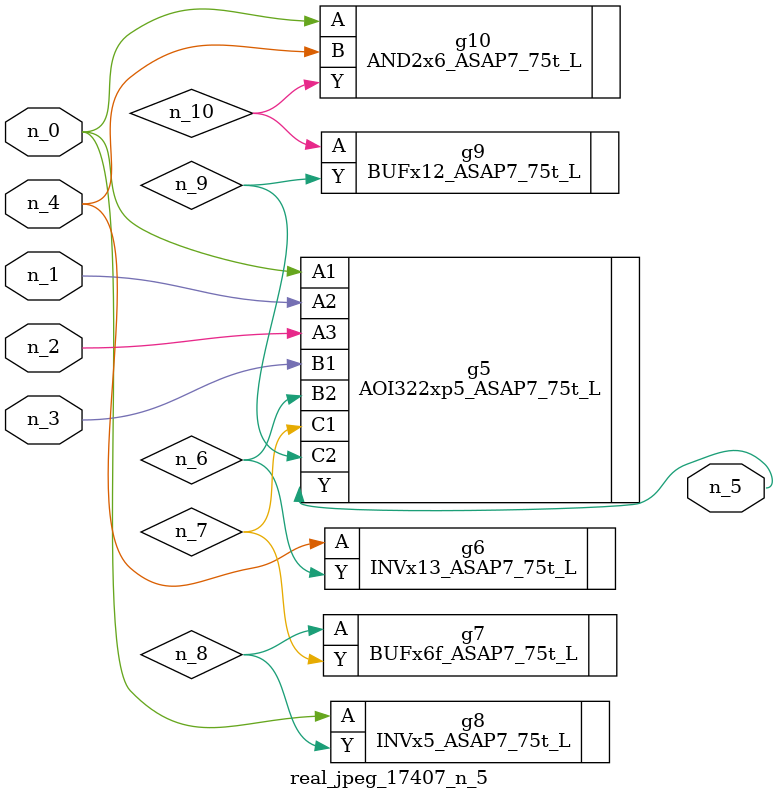
<source format=v>
module real_jpeg_17407_n_5 (n_4, n_0, n_1, n_2, n_3, n_5);

input n_4;
input n_0;
input n_1;
input n_2;
input n_3;

output n_5;

wire n_8;
wire n_6;
wire n_7;
wire n_10;
wire n_9;

AOI322xp5_ASAP7_75t_L g5 ( 
.A1(n_0),
.A2(n_1),
.A3(n_2),
.B1(n_3),
.B2(n_6),
.C1(n_7),
.C2(n_9),
.Y(n_5)
);

INVx5_ASAP7_75t_L g8 ( 
.A(n_0),
.Y(n_8)
);

AND2x6_ASAP7_75t_L g10 ( 
.A(n_0),
.B(n_4),
.Y(n_10)
);

INVx13_ASAP7_75t_L g6 ( 
.A(n_4),
.Y(n_6)
);

BUFx6f_ASAP7_75t_L g7 ( 
.A(n_8),
.Y(n_7)
);

BUFx12_ASAP7_75t_L g9 ( 
.A(n_10),
.Y(n_9)
);


endmodule
</source>
